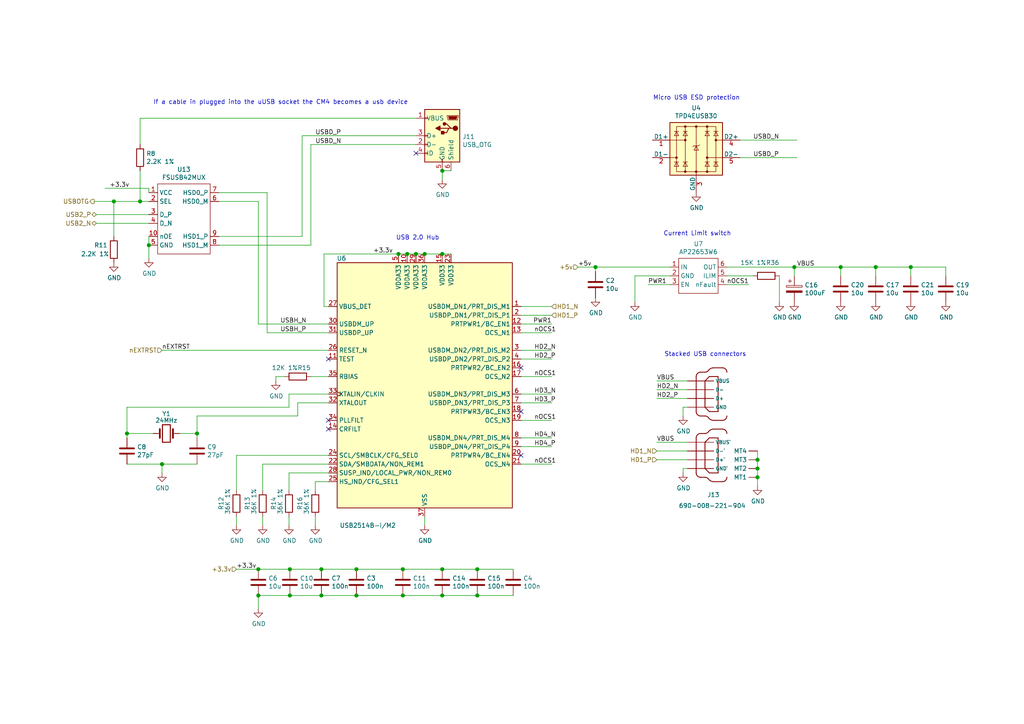
<source format=kicad_sch>
(kicad_sch (version 20231120) (generator "eeschema") (generator_version "8.0")
  (paper "A4")
  (title_block (title "WavePad CM4 Carrier Board -USB") (rev "1"))
  (lib_symbols
    (symbol "CM4IO:AP2553W6"
      (property "Reference" "U" (at 3.81 -6.35 0))
      (property "Value" "AP2553W6" (at -3.81 -6.35 0))
      (symbol "AP2553W6_0_0"
        (pin power_in line (at -8.89 2.54 0) (length 2.54) (name "IN") (number "1"))
        (pin power_out line (at -8.89 0 0) (length 2.54) (name "GND") (number "2"))
        (pin input line (at -8.89 -2.54 0) (length 2.54) (name "EN") (number "3"))
        (pin open_collector line (at 7.62 -2.54 180) (length 2.54) (name "nFault") (number "4"))
        (pin passive line (at 7.62 0 180) (length 2.54) (name "ILIM") (number "5"))
        (pin power_out line (at 7.62 2.54 180) (length 2.54) (name "OUT") (number "6"))
      )
      (symbol "AP2553W6_0_1"
        (rectangle (start -6.35 5.08) (end 5.08 -5.08))
      )
    )
    (symbol "CM4IO:FSUSB42MX"
      (property "Reference" "U" (at -7.62 20.32 0))
      (property "Value" "FSUSB42MX" (at -2.54 -2.54 0))
      (symbol "FSUSB42MX_0_0"
        (pin power_in line (at 8.89 16.51 180) (length 2.54) (name "VCC") (number "1"))
        (pin input line (at 8.89 3.81 180) (length 2.54) (name "nOE") (number "10"))
        (pin input line (at 8.89 13.97 180) (length 2.54) (name "SEL") (number "2"))
        (pin bidirectional line (at 8.89 10.16 180) (length 2.54) (name "D_P") (number "3"))
        (pin bidirectional line (at 8.89 7.62 180) (length 2.54) (name "D_N") (number "4"))
        (pin power_in line (at 8.89 1.27 180) (length 2.54) (name "GND") (number "5"))
        (pin bidirectional line (at -11.43 13.97 0) (length 2.54) (name "HSD0_M") (number "6"))
        (pin bidirectional line (at -11.43 16.51 0) (length 2.54) (name "HSD0_P") (number "7"))
        (pin bidirectional line (at -11.43 1.27 0) (length 2.54) (name "HSD1_M") (number "8"))
        (pin bidirectional line (at -11.43 3.81 0) (length 2.54) (name "HSD1_P") (number "9"))
      )
      (symbol "FSUSB42MX_0_1"
        (rectangle (start -8.89 19.05) (end 6.35 -1.27))
      )
    )
    (symbol "CM4IO:TPD4EUSB30" (pin_names (offset 0))
      (property "Reference" "U" (at -0.635 8.89 0))
      (property "Value" "TPD4EUSB30" (at 8.89 -10.16 0))
      (symbol "TPD4EUSB30_0_0"
        (rectangle (start -5.715 6.477) (end 5.715 -6.604))
        (polyline (pts (xy -3.175 -6.604) (xy -3.175 6.477)))
        (polyline (pts (xy 0 6.477) (xy 0 -6.604)))
        (polyline (pts (xy 3.175 6.477) (xy 3.175 -6.604)))
      )
      (symbol "TPD4EUSB30_0_1"
        (rectangle (start -7.62 7.62) (end 7.62 -7.62) (stroke (width 0.254)) (fill (type background)))
        (circle (center -5.715 -2.54) (radius 0.2794) (fill (type outline)))
        (circle (center -3.175 -6.604) (radius 0.2794) (fill (type outline)))
        (circle (center -3.175 2.54) (radius 0.2794) (fill (type outline)))
        (circle (center -3.175 6.477) (radius 0.2794) (fill (type outline)))
        (circle (center 0 -6.604) (radius 0.2794) (fill (type outline)))
        (polyline (pts (xy -7.747 2.54) (xy -3.175 2.54)))
        (polyline (pts (xy -7.62 -2.54) (xy -5.715 -2.54)))
        (polyline (pts (xy -5.08 -3.81) (xy -6.35 -3.81)))
        (polyline (pts (xy -5.08 5.08) (xy -6.35 5.08)))
        (polyline (pts (xy -2.54 -3.81) (xy -3.81 -3.81)))
        (polyline (pts (xy -2.54 5.08) (xy -3.81 5.08)))
        (polyline (pts (xy -0.635 0.889) (xy -1.016 0.635)))
        (polyline (pts (xy 0 -6.604) (xy 0 -7.62)))
        (polyline (pts (xy 0.635 0.889) (xy -0.635 0.889)))
        (polyline (pts (xy 0.635 0.889) (xy 1.016 1.143)))
        (polyline (pts (xy 3.81 -3.81) (xy 2.54 -3.81)))
        (polyline (pts (xy 3.81 5.08) (xy 2.54 5.08)))
        (polyline (pts (xy 6.35 -3.81) (xy 5.08 -3.81)))
        (polyline (pts (xy 6.35 5.08) (xy 5.08 5.08)))
        (polyline (pts (xy 7.62 -2.54) (xy 3.175 -2.54)))
        (polyline (pts (xy 7.62 2.54) (xy 5.715 2.54)))
        (polyline (pts (xy -5.08 -5.08) (xy -6.35 -5.08) (xy -5.715 -3.81) (xy -5.08 -5.08)))
        (polyline (pts (xy -5.08 3.81) (xy -6.35 3.81) (xy -5.715 5.08) (xy -5.08 3.81)))
        (polyline (pts (xy -2.54 -5.08) (xy -3.81 -5.08) (xy -3.175 -3.81) (xy -2.54 -5.08)))
        (polyline (pts (xy -2.54 3.81) (xy -3.81 3.81) (xy -3.175 5.08) (xy -2.54 3.81)))
        (polyline (pts (xy 0.635 -0.381) (xy -0.635 -0.381) (xy 0 0.889) (xy 0.635 -0.381)))
        (polyline (pts (xy 3.81 -5.08) (xy 2.54 -5.08) (xy 3.175 -3.81) (xy 3.81 -5.08)))
        (polyline (pts (xy 3.81 3.81) (xy 2.54 3.81) (xy 3.175 5.08) (xy 3.81 3.81)))
        (polyline (pts (xy 6.35 -5.08) (xy 5.08 -5.08) (xy 5.715 -3.81) (xy 6.35 -5.08)))
        (polyline (pts (xy 6.35 3.81) (xy 5.08 3.81) (xy 5.715 5.08) (xy 6.35 3.81)))
        (circle (center 0 6.477) (radius 0.2794) (fill (type outline)))
        (circle (center 3.175 -6.604) (radius 0.2794) (fill (type outline)))
        (circle (center 3.175 -2.54) (radius 0.2794) (fill (type outline)))
        (circle (center 3.175 6.477) (radius 0.2794) (fill (type outline)))
        (circle (center 5.715 2.54) (radius 0.2794) (fill (type outline)))
      )
      (symbol "TPD4EUSB30_1_1"
        (pin passive line (at -12.7 2.54 0) (length 5.08) (name "D1+") (number "1"))
        (pin passive line (at -12.7 2.54 0) (length 5.08) hide (name "~") (number "10"))
        (pin passive line (at -12.7 -2.54 0) (length 5.08) (name "D1-") (number "2"))
        (pin power_in line (at 0 -12.7 90) (length 5.08) (name "GND") (number "3"))
        (pin passive line (at 12.7 2.54 180) (length 5.08) (name "D2+") (number "4"))
        (pin passive line (at 12.7 -2.54 180) (length 5.08) (name "D2-") (number "5"))
        (pin passive line (at 12.7 -2.54 180) (length 5.08) hide (name "~") (number "6"))
        (pin passive line (at 12.7 2.54 180) (length 5.08) hide (name "~") (number "7"))
        (pin passive line (at 0 -12.7 90) (length 5.08) hide (name "GND") (number "8"))
        (pin passive line (at -12.7 -2.54 0) (length 5.08) hide (name "~") (number "9"))
      )
    )
    (symbol "CM4IO:USB_67298-4090" (pin_numbers hide)
      (property "Reference" "J" (at -5.08 21.6408 0))
      (property "Value" "USB_67298-4090" (at -5.08 -17.8054 0))
      (symbol "USB_67298-4090_0_0"
        (arc (start -5.08 -11.43) (mid -4.708 -12.328) (end -3.81 -12.7) (stroke (width 0.254)))
        (arc (start -5.08 6.35) (mid -4.708 5.452) (end -3.81 5.08) (stroke (width 0.254)))
        (arc (start -3.81 0) (mid -4.708 -0.372) (end -5.08 -1.27) (stroke (width 0.254)))
        (arc (start -3.81 17.78) (mid -4.708 17.408) (end -5.08 16.51) (stroke (width 0.254)))
        (arc (start -2.54 0) (mid -1.972 0.1341) (end -1.524 0.508) (stroke (width 0.254)))
        (arc (start -2.54 17.78) (mid -1.972 17.9141) (end -1.524 18.288) (stroke (width 0.254)))
        (arc (start -1.524 -13.208) (mid -1.972 -12.8341) (end -2.54 -12.7) (stroke (width 0.254)))
        (arc (start -1.524 -13.208) (mid -0.8519 -13.7689) (end 0 -13.97) (stroke (width 0.254)))
        (arc (start -1.524 4.572) (mid -1.972 4.9459) (end -2.54 5.08) (stroke (width 0.254)))
        (arc (start -1.524 4.572) (mid -0.8519 4.0111) (end 0 3.81) (stroke (width 0.254)))
        (polyline (pts (xy -5.08 -1.27) (xy -5.08 -11.43)) (stroke (width 0.254)))
        (polyline (pts (xy -5.08 16.51) (xy -5.08 6.35)) (stroke (width 0.254)))
        (polyline (pts (xy -3.81 -12.7) (xy -2.54 -12.7)) (stroke (width 0.254)))
        (polyline (pts (xy -3.81 0) (xy -2.54 0)) (stroke (width 0.254)))
        (polyline (pts (xy -3.81 5.08) (xy -2.54 5.08)) (stroke (width 0.254)))
        (polyline (pts (xy -3.81 17.78) (xy -2.54 17.78)) (stroke (width 0.254)))
        (polyline (pts (xy -2.54 -10.16) (xy -1.27 -11.43)) (stroke (width 0.254)))
        (polyline (pts (xy -2.54 -2.54) (xy -2.54 -10.16)) (stroke (width 0.254)))
        (polyline (pts (xy -2.54 7.62) (xy -1.27 6.35)) (stroke (width 0.254)))
        (polyline (pts (xy -2.54 15.24) (xy -2.54 7.62)) (stroke (width 0.254)))
        (polyline (pts (xy -1.27 -11.43) (xy 1.27 -11.43)) (stroke (width 0.254)))
        (polyline (pts (xy -1.27 -1.27) (xy -2.54 -2.54)) (stroke (width 0.254)))
        (polyline (pts (xy -1.27 6.35) (xy 1.27 6.35)) (stroke (width 0.254)))
        (polyline (pts (xy -1.27 16.51) (xy -2.54 15.24)) (stroke (width 0.254)))
        (polyline (pts (xy 0 -13.97) (xy 2.54 -13.97)) (stroke (width 0.254)))
        (polyline (pts (xy 0 1.27) (xy 2.54 1.27)) (stroke (width 0.254)))
        (polyline (pts (xy 0 3.81) (xy 2.54 3.81)) (stroke (width 0.254)))
        (polyline (pts (xy 0 19.05) (xy 2.54 19.05)) (stroke (width 0.254)))
        (polyline (pts (xy 1.27 -11.43) (xy 1.27 -1.27)) (stroke (width 0.254)))
        (polyline (pts (xy 1.27 -1.27) (xy -1.27 -1.27)) (stroke (width 0.254)))
        (polyline (pts (xy 1.27 6.35) (xy 1.27 16.51)) (stroke (width 0.254)))
        (polyline (pts (xy 1.27 16.51) (xy -1.27 16.51)) (stroke (width 0.254)))
        (arc (start 0 1.27) (mid -0.8519 1.0689) (end -1.524 0.508) (stroke (width 0.254)))
        (arc (start 0 19.05) (mid -0.8519 18.8489) (end -1.524 18.288) (stroke (width 0.254)))
        (arc (start 2.54 -13.97) (mid 3.438 -13.598) (end 3.81 -12.7) (stroke (width 0.254)))
        (arc (start 2.54 3.81) (mid 3.438 4.182) (end 3.81 5.08) (stroke (width 0.254)))
        (arc (start 3.81 0) (mid 3.438 0.898) (end 2.54 1.27) (stroke (width 0.254)))
        (arc (start 3.81 17.78) (mid 3.438 18.678) (end 2.54 19.05) (stroke (width 0.254)))
        (pin power_in line (at -7.62 -2.54 0) (length 7.62) (name "VBUS`") (number "1"))
        (pin passive line (at -7.62 -5.08 0) (length 7.62) (name "D-`") (number "2"))
        (pin passive line (at -7.62 -7.62 0) (length 7.62) (name "D+`") (number "3"))
        (pin power_in line (at -7.62 -10.16 0) (length 7.62) (name "GND`") (number "4"))
        (pin power_in line (at -7.62 15.24 0) (length 7.62) (name "VBUS") (number "5"))
        (pin passive line (at -7.62 12.7 0) (length 7.62) (name "D-") (number "6"))
        (pin passive line (at -7.62 10.16 0) (length 7.62) (name "D+") (number "7"))
        (pin power_in line (at -7.62 7.62 0) (length 7.62) (name "GND") (number "8"))
        (pin passive line (at 12.7 -12.7 180) (length 2.54) (name "MT1") (number "MT1"))
        (pin passive line (at 12.7 -10.16 180) (length 2.54) (name "MT2") (number "MT2"))
        (pin passive line (at 12.7 -7.62 180) (length 2.54) (name "MT3") (number "MT3"))
        (pin passive line (at 12.7 -5.08 180) (length 2.54) (name "MT4") (number "MT4"))
      )
    )
    (symbol "Connector:USB_OTG"
      (property "Reference" "J" (at -5.08 11.43 0))
      (property "Value" "USB_OTG" (at -5.08 8.89 0))
      (symbol "USB_OTG_0_1"
        (rectangle (start -5.08 -7.62) (end 5.08 7.62) (stroke (width 0.254)) (fill (type background)))
        (circle (center -3.81 2.159) (radius 0.635) (stroke (width 0.254)) (fill (type outline)))
        (circle (center -0.635 3.429) (radius 0.381) (stroke (width 0.254)) (fill (type outline)))
        (rectangle (start -0.127 -7.62) (end 0.127 -6.858))
        (polyline (pts (xy -1.905 2.159) (xy 0.635 2.159)) (stroke (width 0.254)))
        (polyline (pts (xy -3.175 2.159) (xy -2.54 2.159) (xy -1.27 3.429) (xy -0.635 3.429)) (stroke (width 0.254)))
        (polyline (pts (xy -2.54 2.159) (xy -1.905 2.159) (xy -1.27 0.889) (xy 0 0.889)) (stroke (width 0.254)))
        (polyline (pts (xy 0.635 2.794) (xy 0.635 1.524) (xy 1.905 2.159) (xy 0.635 2.794)) (stroke (width 0.254)) (fill (type outline)))
        (polyline (pts (xy -4.318 5.588) (xy -1.778 5.588) (xy -2.032 4.826) (xy -4.064 4.826) (xy -4.318 5.588)) (fill (type outline)))
        (polyline (pts (xy -4.699 5.842) (xy -4.699 5.588) (xy -4.445 4.826) (xy -4.445 4.572) (xy -1.651 4.572) (xy -1.651 4.826) (xy -1.397 5.588) (xy -1.397 5.842) (xy -4.699 5.842)))
        (rectangle (start 0.254 1.27) (end -0.508 0.508) (stroke (width 0.254)) (fill (type outline)))
        (rectangle (start 5.08 -5.207) (end 4.318 -4.953))
        (rectangle (start 5.08 -2.667) (end 4.318 -2.413))
        (rectangle (start 5.08 -0.127) (end 4.318 0.127))
        (rectangle (start 5.08 4.953) (end 4.318 5.207))
      )
      (symbol "USB_OTG_1_1"
        (pin power_in line (at 7.62 5.08 180) (length 2.54) (name "VBUS") (number "1"))
        (pin passive line (at 7.62 -2.54 180) (length 2.54) (name "D-") (number "2"))
        (pin passive line (at 7.62 0 180) (length 2.54) (name "D+") (number "3"))
        (pin passive line (at 7.62 -5.08 180) (length 2.54) (name "ID") (number "4"))
        (pin power_in line (at 0 -10.16 90) (length 2.54) (name "GND") (number "5"))
        (pin passive line (at -2.54 -10.16 90) (length 2.54) (name "Shield") (number "6"))
      )
    )
    (symbol "Device:C" (pin_numbers hide) (pin_names (offset 0.254))
      (property "Reference" "C" (at 0.635 2.54 0))
      (property "Value" "C" (at 0.635 -2.54 0))
      (symbol "C_0_1"
        (polyline (pts (xy -2.032 -0.762) (xy 2.032 -0.762)) (stroke (width 0.508)))
        (polyline (pts (xy -2.032 0.762) (xy 2.032 0.762)) (stroke (width 0.508)))
      )
      (symbol "C_1_1"
        (pin passive line (at 0 3.81 270) (length 2.794) (name "~") (number "1"))
        (pin passive line (at 0 -3.81 90) (length 2.794) (name "~") (number "2"))
      )
    )
    (symbol "Device:CP" (pin_numbers hide) (pin_names (offset 0.254))
      (property "Reference" "C" (at 0.635 2.54 0))
      (property "Value" "CP" (at 0.635 -2.54 0))
      (symbol "CP_0_1"
        (rectangle (start -2.286 0.508) (end 2.286 1.016))
        (polyline (pts (xy -1.778 2.286) (xy -0.762 2.286)))
        (polyline (pts (xy -1.27 2.794) (xy -1.27 1.778)))
        (rectangle (start 2.286 -0.508) (end -2.286 -1.016) (fill (type outline)))
      )
      (symbol "CP_1_1"
        (pin passive line (at 0 3.81 270) (length 2.794) (name "~") (number "1"))
        (pin passive line (at 0 -3.81 90) (length 2.794) (name "~") (number "2"))
      )
    )
    (symbol "Device:Crystal" (pin_numbers hide) (pin_names hide)
      (property "Reference" "Y" (at 0 3.81 0))
      (property "Value" "Crystal" (at 0 -3.81 0))
      (symbol "Crystal_0_1"
        (rectangle (start -1.143 2.54) (end 1.143 -2.54) (stroke (width 0.3048)))
        (polyline (pts (xy -2.54 0) (xy -1.905 0)))
        (polyline (pts (xy -1.905 -1.27) (xy -1.905 1.27)) (stroke (width 0.508)))
        (polyline (pts (xy 1.905 -1.27) (xy 1.905 1.27)) (stroke (width 0.508)))
        (polyline (pts (xy 2.54 0) (xy 1.905 0)))
      )
      (symbol "Crystal_1_1"
        (pin passive line (at -3.81 0 0) (length 1.27) (name "1") (number "1"))
        (pin passive line (at 3.81 0 180) (length 1.27) (name "2") (number "2"))
      )
    )
    (symbol "Device:R" (pin_numbers hide) (pin_names (offset 0))
      (property "Reference" "R" (at 2.032 0 90))
      (property "Value" "R" (at 0 0 90))
      (symbol "R_0_1"
        (rectangle (start -1.016 -2.54) (end 1.016 2.54) (stroke (width 0.254)))
      )
      (symbol "R_1_1"
        (pin passive line (at 0 3.81 270) (length 1.27) (name "~") (number "1"))
        (pin passive line (at 0 -3.81 90) (length 1.27) (name "~") (number "2"))
      )
    )
    (symbol "Interface_USB:USB2514B_Bi"
      (property "Reference" "U" (at -17.78 40.64 0))
      (property "Value" "USB2514B_Bi" (at -20.32 38.1 0))
      (symbol "USB2514B_Bi_0_1"
        (rectangle (start -25.4 35.56) (end 25.4 -35.56) (stroke (width 0.254)) (fill (type background)))
      )
      (symbol "USB2514B_Bi_1_1"
        (pin bidirectional line (at 27.94 22.86 180) (length 2.54) (name "USBDM_DN1/PRT_DIS_M1") (number "1"))
        (pin power_in line (at -5.08 38.1 270) (length 2.54) (name "VDDA33") (number "10"))
        (pin input line (at -27.94 7.62 0) (length 2.54) (name "TEST") (number "11"))
        (pin bidirectional line (at 27.94 17.78 180) (length 2.54) (name "PRTPWR1/BC_EN1") (number "12"))
        (pin input line (at 27.94 15.24 180) (length 2.54) (name "OCS_N1") (number "13"))
        (pin input line (at -27.94 -12.7 0) (length 2.54) (name "CRFILT") (number "14"))
        (pin power_in line (at 5.08 38.1 270) (length 2.54) (name "VDD33") (number "15"))
        (pin bidirectional line (at 27.94 5.08 180) (length 2.54) (name "PRTPWR2/BC_EN2") (number "16"))
        (pin input line (at 27.94 2.54 180) (length 2.54) (name "OCS_N2") (number "17"))
        (pin bidirectional line (at 27.94 -7.62 180) (length 2.54) (name "PRTPWR3/BC_EN3") (number "18"))
        (pin input line (at 27.94 -10.16 180) (length 2.54) (name "OCS_N3") (number "19"))
        (pin bidirectional line (at 27.94 20.32 180) (length 2.54) (name "USBDP_DN1/PRT_DIS_P1") (number "2"))
        (pin bidirectional line (at 27.94 -20.32 180) (length 2.54) (name "PRTPWR4/BC_EN4") (number "20"))
        (pin input line (at 27.94 -22.86 180) (length 2.54) (name "OCS_N4") (number "21"))
        (pin bidirectional line (at -27.94 -22.86 0) (length 2.54) (name "SDA/SMBDATA/NON_REM1") (number "22"))
        (pin power_in line (at 7.62 38.1 270) (length 2.54) (name "VDD33") (number "23"))
        (pin bidirectional line (at -27.94 -20.32 0) (length 2.54) (name "SCL/SMBCLK/CFG_SEL0") (number "24"))
        (pin bidirectional line (at -27.94 -27.94 0) (length 2.54) (name "HS_IND/CFG_SEL1") (number "25"))
        (pin input line (at -27.94 10.16 0) (length 2.54) (name "RESET_N") (number "26"))
        (pin input line (at -27.94 22.86 0) (length 2.54) (name "VBUS_DET") (number "27"))
        (pin bidirectional line (at -27.94 -25.4 0) (length 2.54) (name "SUSP_IND/LOCAL_PWR/NON_REM0") (number "28"))
        (pin power_in line (at -2.54 38.1 270) (length 2.54) (name "VDDA33") (number "29"))
        (pin bidirectional line (at 27.94 10.16 180) (length 2.54) (name "USBDM_DN2/PRT_DIS_M2") (number "3"))
        (pin bidirectional line (at -27.94 17.78 0) (length 2.54) (name "USBDM_UP") (number "30"))
        (pin bidirectional line (at -27.94 15.24 0) (length 2.54) (name "USBDP_UP") (number "31"))
        (pin output line (at -27.94 -5.08 0) (length 2.54) (name "XTALOUT") (number "32"))
        (pin input clock (at -27.94 -2.54 0) (length 2.54) (name "XTALIN/CLKIN") (number "33"))
        (pin input line (at -27.94 -10.16 0) (length 2.54) (name "PLLFILT") (number "34"))
        (pin input line (at -27.94 2.54 0) (length 2.54) (name "RBIAS") (number "35"))
        (pin power_in line (at 0 38.1 270) (length 2.54) (name "VDDA33") (number "36"))
        (pin power_in line (at 0 -38.1 90) (length 2.54) (name "VSS") (number "37"))
        (pin bidirectional line (at 27.94 7.62 180) (length 2.54) (name "USBDP_DN2/PRT_DIS_P2") (number "4"))
        (pin power_in line (at -7.62 38.1 270) (length 2.54) (name "VDDA33") (number "5"))
        (pin bidirectional line (at 27.94 -2.54 180) (length 2.54) (name "USBDM_DN3/PRT_DIS_M3") (number "6"))
        (pin bidirectional line (at 27.94 -5.08 180) (length 2.54) (name "USBDP_DN3/PRT_DIS_P3") (number "7"))
        (pin bidirectional line (at 27.94 -15.24 180) (length 2.54) (name "USBDM_DN4/PRT_DIS_M4") (number "8"))
        (pin bidirectional line (at 27.94 -17.78 180) (length 2.54) (name "USBDP_DN4/PRT_DIS_P4") (number "9"))
      )
    )
    (symbol "power:GND" (power) (pin_names (offset 0))
      (property "Value" "GND" (at 0 -3.81 0))
      (symbol "GND_0_1"
        (polyline (pts (xy 0 0) (xy 0 -1.27) (xy 1.27 -1.27) (xy 0 -2.54) (xy -1.27 -1.27) (xy 0 -1.27)))
      )
      (symbol "GND_1_1"
        (pin power_in line (at 0 0 270) (length 0) hide (name "GND") (number "1"))
      )
    )
  )
  (junction (at 103.378 165.1) (diameter 1.016))
  (junction (at 103.378 172.72) (diameter 1.016))
  (junction (at 138.43 165.1) (diameter 1.016))
  (junction (at 93.218 165.1) (diameter 1.016))
  (junction (at 128.27 49.53) (diameter 1.016))
  (junction (at 74.93 172.72) (diameter 1.016))
  (junction (at 172.72 77.47) (diameter 1.016))
  (junction (at 219.71 138.43) (diameter 1.016))
  (junction (at 116.84 165.1) (diameter 1.016))
  (junction (at 84.074 165.1) (diameter 1.016))
  (junction (at 128.27 172.72) (diameter 1.016))
  (junction (at 254 77.47) (diameter 1.016))
  (junction (at 36.83 125.73) (diameter 1.016))
  (junction (at 120.65 73.66) (diameter 1.016))
  (junction (at 128.27 73.66) (diameter 1.016))
  (junction (at 219.71 133.35) (diameter 1.016))
  (junction (at 40.64 58.42) (diameter 1.016))
  (junction (at 219.71 135.89) (diameter 1.016))
  (junction (at 123.19 73.66) (diameter 1.016))
  (junction (at 128.27 165.1) (diameter 1.016))
  (junction (at 230.378 77.47) (diameter 1.016))
  (junction (at 74.93 165.1) (diameter 1.016))
  (junction (at 93.218 172.72) (diameter 1.016))
  (junction (at 57.15 125.73) (diameter 1.016))
  (junction (at 84.074 172.72) (diameter 1.016))
  (junction (at 264.16 77.47) (diameter 1.016))
  (junction (at 43.18 71.12) (diameter 1.016))
  (junction (at 33.02 58.42) (diameter 1.016))
  (junction (at 115.57 73.66) (diameter 1.016))
  (junction (at 243.84 77.47) (diameter 1.016))
  (junction (at 116.84 172.72) (diameter 1.016))
  (junction (at 118.11 73.66) (diameter 1.016))
  (junction (at 138.43 172.72) (diameter 1.016))
  (junction (at 46.99 134.62) (diameter 1.016))
  (no_connect (at 95.25 121.92))
  (no_connect (at 95.25 104.14))
  (no_connect (at 120.65 44.45))
  (no_connect (at 95.25 124.46))
  (no_connect (at 151.13 119.38))
  (no_connect (at 151.13 106.68))
  (no_connect (at 151.13 132.08))
  (wire (pts (xy 151.13 96.52) (xy 160.02 96.52)))
  (wire (pts (xy 86.36 116.84) (xy 86.36 120.65)))
  (wire (pts (xy 151.13 88.9) (xy 160.02 88.9)))
  (wire (pts (xy 74.93 165.1) (xy 84.074 165.1)))
  (wire (pts (xy 190.5 113.03) (xy 199.39 113.03)))
  (wire (pts (xy 151.13 116.84) (xy 160.02 116.84)))
  (wire (pts (xy 36.83 127) (xy 36.83 125.73)))
  (wire (pts (xy 190.5 115.57) (xy 199.39 115.57)))
  (wire (pts (xy 172.72 77.47) (xy 194.31 77.47)))
  (wire (pts (xy 93.218 165.1) (xy 103.378 165.1)))
  (wire (pts (xy 151.13 91.44) (xy 160.02 91.44)))
  (wire (pts (xy 57.15 120.65) (xy 57.15 125.73)))
  (wire (pts (xy 95.25 93.98) (xy 74.93 93.98)))
  (wire (pts (xy 83.82 142.24) (xy 83.82 137.16)))
  (wire (pts (xy 151.13 114.3) (xy 160.02 114.3)))
  (wire (pts (xy 138.43 165.1) (xy 148.844 165.1)))
  (wire (pts (xy 68.58 149.86) (xy 68.58 152.4)))
  (wire (pts (xy 194.31 80.01) (xy 184.15 80.01)))
  (wire (pts (xy 83.82 118.11) (xy 36.83 118.11)))
  (wire (pts (xy 93.98 88.9) (xy 93.98 73.66)))
  (wire (pts (xy 43.18 58.42) (xy 40.64 58.42)))
  (wire (pts (xy 77.47 55.88) (xy 77.47 96.52)))
  (wire (pts (xy 184.15 80.01) (xy 184.15 87.63)))
  (wire (pts (xy 74.93 58.42) (xy 74.93 93.98)))
  (wire (pts (xy 118.11 73.66) (xy 120.65 73.66)))
  (wire (pts (xy 151.13 134.62) (xy 160.02 134.62)))
  (wire (pts (xy 43.18 55.88) (xy 43.18 54.61)))
  (wire (pts (xy 83.82 114.3) (xy 83.82 118.11)))
  (wire (pts (xy 36.83 118.11) (xy 36.83 125.73)))
  (wire (pts (xy 82.55 109.22) (xy 80.01 109.22)))
  (wire (pts (xy 128.27 172.72) (xy 138.43 172.72)))
  (wire (pts (xy 63.5 71.12) (xy 90.17 71.12)))
  (wire (pts (xy 91.44 149.86) (xy 91.44 152.4)))
  (wire (pts (xy 254 77.47) (xy 264.16 77.47)))
  (wire (pts (xy 264.16 77.47) (xy 264.16 80.01)))
  (wire (pts (xy 219.71 138.43) (xy 219.71 140.97)))
  (wire (pts (xy 128.27 49.53) (xy 130.81 49.53)))
  (wire (pts (xy 76.2 134.62) (xy 95.25 134.62)))
  (wire (pts (xy 90.17 71.12) (xy 90.17 41.91)))
  (wire (pts (xy 219.71 130.81) (xy 219.71 133.35)))
  (wire (pts (xy 76.2 149.86) (xy 76.2 152.4)))
  (wire (pts (xy 57.15 125.73) (xy 57.15 127)))
  (wire (pts (xy 151.13 101.6) (xy 160.02 101.6)))
  (wire (pts (xy 90.17 109.22) (xy 95.25 109.22)))
  (wire (pts (xy 190.5 130.81) (xy 199.39 130.81)))
  (wire (pts (xy 210.82 77.47) (xy 230.378 77.47)))
  (wire (pts (xy 230.378 77.47) (xy 243.84 77.47)))
  (wire (pts (xy 128.27 52.07) (xy 128.27 49.53)))
  (wire (pts (xy 167.64 77.47) (xy 172.72 77.47)))
  (wire (pts (xy 151.13 121.92) (xy 160.02 121.92)))
  (wire (pts (xy 123.19 73.66) (xy 128.27 73.66)))
  (wire (pts (xy 214.63 40.64) (xy 231.14 40.64)))
  (wire (pts (xy 243.84 77.47) (xy 254 77.47)))
  (wire (pts (xy 63.5 68.58) (xy 87.63 68.58)))
  (wire (pts (xy 27.94 64.77) (xy 43.18 64.77)))
  (wire (pts (xy 84.074 172.72) (xy 93.218 172.72)))
  (wire (pts (xy 68.58 132.08) (xy 95.25 132.08)))
  (wire (pts (xy 151.13 104.14) (xy 160.02 104.14)))
  (wire (pts (xy 95.25 116.84) (xy 86.36 116.84)))
  (wire (pts (xy 87.63 68.58) (xy 87.63 39.37)))
  (wire (pts (xy 214.63 45.72) (xy 231.14 45.72)))
  (wire (pts (xy 190.5 128.27) (xy 199.39 128.27)))
  (wire (pts (xy 86.36 120.65) (xy 57.15 120.65)))
  (wire (pts (xy 93.98 73.66) (xy 115.57 73.66)))
  (wire (pts (xy 83.82 149.86) (xy 83.82 152.4)))
  (wire (pts (xy 219.71 133.35) (xy 219.71 135.89)))
  (wire (pts (xy 46.99 134.62) (xy 57.15 134.62)))
  (wire (pts (xy 151.13 109.22) (xy 160.02 109.22)))
  (wire (pts (xy 91.44 142.24) (xy 91.44 139.7)))
  (wire (pts (xy 219.71 135.89) (xy 219.71 138.43)))
  (wire (pts (xy 254 77.47) (xy 254 80.01)))
  (wire (pts (xy 120.65 73.66) (xy 123.19 73.66)))
  (wire (pts (xy 27.305 58.42) (xy 33.02 58.42)))
  (wire (pts (xy 226.06 80.01) (xy 226.06 87.63)))
  (wire (pts (xy 138.43 172.72) (xy 148.844 172.72)))
  (wire (pts (xy 103.378 172.72) (xy 116.84 172.72)))
  (wire (pts (xy 83.82 114.3) (xy 95.25 114.3)))
  (wire (pts (xy 63.5 55.88) (xy 77.47 55.88)))
  (wire (pts (xy 123.19 149.86) (xy 123.19 152.4)))
  (wire (pts (xy 230.378 77.47) (xy 230.378 80.01)))
  (wire (pts (xy 199.39 118.11) (xy 198.12 118.11)))
  (wire (pts (xy 93.218 172.72) (xy 103.378 172.72)))
  (wire (pts (xy 190.5 110.49) (xy 199.39 110.49)))
  (wire (pts (xy 36.83 125.73) (xy 44.45 125.73)))
  (wire (pts (xy 103.378 165.1) (xy 116.84 165.1)))
  (wire (pts (xy 151.13 93.98) (xy 160.02 93.98)))
  (wire (pts (xy 115.57 73.66) (xy 118.11 73.66)))
  (wire (pts (xy 30.48 54.61) (xy 43.18 54.61)))
  (wire (pts (xy 210.82 82.55) (xy 217.17 82.55)))
  (wire (pts (xy 274.32 80.01) (xy 274.32 77.47)))
  (wire (pts (xy 210.82 80.01) (xy 218.44 80.01)))
  (wire (pts (xy 187.96 82.55) (xy 194.31 82.55)))
  (wire (pts (xy 95.25 88.9) (xy 93.98 88.9)))
  (wire (pts (xy 91.44 139.7) (xy 95.25 139.7)))
  (wire (pts (xy 74.93 176.53) (xy 74.93 172.72)))
  (wire (pts (xy 36.83 134.62) (xy 46.99 134.62)))
  (wire (pts (xy 128.27 73.66) (xy 130.81 73.66)))
  (wire (pts (xy 77.47 96.52) (xy 95.25 96.52)))
  (wire (pts (xy 63.5 58.42) (xy 74.93 58.42)))
  (wire (pts (xy 190.5 133.35) (xy 199.39 133.35)))
  (wire (pts (xy 74.93 172.72) (xy 84.074 172.72)))
  (wire (pts (xy 68.58 165.1) (xy 74.93 165.1)))
  (wire (pts (xy 43.18 71.12) (xy 43.18 74.93)))
  (wire (pts (xy 33.02 58.42) (xy 33.02 68.58)))
  (wire (pts (xy 199.39 135.89) (xy 198.12 135.89)))
  (wire (pts (xy 116.84 172.72) (xy 128.27 172.72)))
  (wire (pts (xy 151.13 129.54) (xy 160.02 129.54)))
  (wire (pts (xy 116.84 165.1) (xy 128.27 165.1)))
  (wire (pts (xy 40.64 49.53) (xy 40.64 58.42)))
  (wire (pts (xy 46.99 101.6) (xy 95.25 101.6)))
  (wire (pts (xy 128.27 165.1) (xy 138.43 165.1)))
  (wire (pts (xy 198.12 135.89) (xy 198.12 137.16)))
  (wire (pts (xy 151.13 127) (xy 160.02 127)))
  (wire (pts (xy 27.94 62.23) (xy 43.18 62.23)))
  (wire (pts (xy 264.16 77.47) (xy 274.32 77.47)))
  (wire (pts (xy 76.2 142.24) (xy 76.2 134.62)))
  (wire (pts (xy 52.07 125.73) (xy 57.15 125.73)))
  (wire (pts (xy 40.64 34.29) (xy 120.65 34.29)))
  (wire (pts (xy 40.64 58.42) (xy 33.02 58.42)))
  (wire (pts (xy 68.58 142.24) (xy 68.58 132.08)))
  (wire (pts (xy 90.17 41.91) (xy 120.65 41.91)))
  (wire (pts (xy 84.074 165.1) (xy 93.218 165.1)))
  (wire (pts (xy 198.12 118.11) (xy 198.12 120.65)))
  (wire (pts (xy 87.63 39.37) (xy 120.65 39.37)))
  (wire (pts (xy 172.72 78.74) (xy 172.72 77.47)))
  (wire (pts (xy 80.01 109.22) (xy 80.01 110.49)))
  (wire (pts (xy 40.64 41.91) (xy 40.64 34.29)))
  (wire (pts (xy 83.82 137.16) (xy 95.25 137.16)))
  (wire (pts (xy 43.18 68.58) (xy 43.18 71.12)))
  (wire (pts (xy 46.99 134.62) (xy 46.99 137.16)))
  (wire (pts (xy 243.84 80.01) (xy 243.84 77.47)))
  (text "Current Limit switch" (at 212.09 68.58 0) (effects (font (size 1.27 1.27)) (justify right bottom)))
  (text "USB 2.0 Hub" (at 127.4318 69.7992 0) (effects (font (size 1.27 1.27)) (justify right bottom)))
  (text "If a cable in plugged into the uUSB socket the CM4 becomes a usb device" (at 44.45 30.48 0) (effects (font (size 1.27 1.27)) (justify left bottom)))
  (text "Micro USB ESD protection" (at 214.63 29.21 0) (effects (font (size 1.27 1.27)) (justify right bottom)))
  (text "Stacked USB connectors" (at 216.4588 103.5812 0) (effects (font (size 1.27 1.27)) (justify right bottom)))
  (label "nOCS1" (at 154.94 96.52 0))
  (label "+3.3v" (at 31.75 54.61 0))
  (label "HD2_P" (at 190.5 115.57 0))
  (label "HD4_P" (at 154.94 129.54 0))
  (label "nOCS1" (at 210.82 82.55 0))
  (label "VBUS" (at 190.5 110.49 0))
  (label "HD2_N" (at 190.5 113.03 0))
  (label "PWR1" (at 160.02 93.98 180))
  (label "USBD_N" (at 218.44 40.64 0))
  (label "nOCS1" (at 154.94 109.22 0))
  (label "VBUS" (at 231.14 77.47 0))
  (label "USBD_N" (at 91.44 41.91 0))
  (label "HD2_P" (at 154.94 104.14 0))
  (label "VBUS" (at 190.5 128.27 0))
  (label "+3.3v" (at 68.58 165.1 0))
  (label "+5v" (at 167.64 77.47 0))
  (label "HD4_N" (at 154.94 127 0))
  (label "USBH_P" (at 81.28 96.52 0))
  (label "HD3_P" (at 154.94 116.84 0))
  (label "nEXTRST" (at 46.99 101.6 0))
  (label "+3.3v" (at 108.204 73.66 0))
  (label "HD2_N" (at 154.94 101.6 0))
  (label "USBD_P" (at 218.44 45.72 0))
  (label "USBD_P" (at 91.44 39.37 0))
  (label "nOCS1" (at 154.94 134.62 0))
  (label "nOCS1" (at 154.94 121.92 0))
  (label "PWR1" (at 187.96 82.55 0))
  (label "USBH_N" (at 81.28 93.98 0))
  (label "HD3_N" (at 154.94 114.3 0))
  (hierarchical_label "USB2_N" (shape bidirectional) (at 27.94 64.77 180))
  (hierarchical_label "USBOTG" (shape output) (at 27.305 58.42 180))
  (hierarchical_label "+3.3v" (shape input) (at 68.58 165.1 180))
  (hierarchical_label "HD1_N" (shape input) (at 160.02 88.9 0))
  (hierarchical_label "USB2_P" (shape bidirectional) (at 27.94 62.23 180))
  (hierarchical_label "HD1_P" (shape input) (at 160.02 91.44 0))
  (hierarchical_label "HD1_P" (shape input) (at 190.5 133.35 180))
  (hierarchical_label "HD1_N" (shape input) (at 190.5 130.81 180))
  (hierarchical_label "nEXTRST" (shape input) (at 46.99 101.6 180))
  (hierarchical_label "+5v" (shape input) (at 167.64 77.47 180))
  (symbol (lib_id "CM4IO:USB_67298-4090") (at 207.01 125.73 0) (unit 1)
    (property "Reference" "J13" (at 205.105 143.51 0) (effects (justify left)))
    (property "Value" "690-008-221-904" (at 196.85 146.685 0) (effects (justify left)))
    (property "Footprint" "CM4IO:MOLEX_USB_67298-4090" (effects (hide yes)))
    (property "Datasheet" "https://www.molex.com/pdm_docs/sd/672984090_sd.pdf" (effects (hide yes)))
    (property "Field4" "Farnell" (effects (hide yes)))
    (property "Field5" "	2751688" (effects (hide yes)))
    (property "Field6" "690-008-221-904" (effects (hide yes)))
    (property "Field7" "EDAC" (effects (hide yes)))
    (property "Field8" "UCON00727" (effects (hide yes)))
    (property "Part Description" "USB-A (USB TYPE-A), Stacked Receptacle Connector 8 Position Through Hole, Right Angle" (effects (hide yes)))
  )
  (symbol (lib_id "Connector:USB_OTG") (at 128.27 39.37 0) (mirror y) (unit 1)
    (property "Reference" "J11" (at 134.112 39.6494 0) (effects (justify right)))
    (property "Value" "USB_OTG" (at 134.112 41.9608 0) (effects (justify right)))
    (property "Footprint" "CM4IO:USB_Micro-B_EDAC_UCON00686" (effects (hide yes)))
    (property "Datasheet" "https://cdn.amphenol-icc.com/media/wysiwyg/files/documentation/datasheet/inputoutput/io_usb_micro.pd" (effects (hide yes)))
    (property "Field4" "Digikey" (effects (hide yes)))
    (property "Field5" "609-4050-2-ND" (effects (hide yes)))
    (property "Field6" "690-005-298-486" (effects (hide yes)))
    (property "Field7" "EDAC" (effects (hide yes)))
    (property "Part Description" "USB - micro B USB 2.0 Receptacle Connector 5 Position Surface Mount, Right Angle; Through Hole" (effects (hide yes)))
    (property "Field8" "UCON00686" (effects (hide yes)))
  )
  (symbol (lib_id "Device:R") (at 40.64 45.72 0) (unit 1)
    (property "Reference" "R8" (at 42.418 44.5516 0) (effects (justify left)))
    (property "Value" "2.2K 1%" (at 42.418 46.863 0) (effects (justify left)))
    (property "Footprint" "Resistor_SMD:R_0402_1005Metric" (effects (hide yes)))
    (property "Datasheet" "https://fscdn.rohm.com/en/products/databook/datasheet/passive/resistor/chip_resistor/mcr-e.pdf" (effects (hide yes)))
    (property "Field4" "Farnell" (effects (hide yes)))
    (property "Field5" "9239278" (effects (hide yes)))
    (property "Field7" "KOA EUROPE GMBH" (effects (hide yes)))
    (property "Field6" "RK73G1ETQTP2201D         " (effects (hide yes)))
    (property "Part Description" "Resistor 2.2K M1005 1% 63mW" (effects (hide yes)))
    (property "Field8" "120889581" (effects (hide yes)))
  )
  (symbol (lib_id "power:GND") (at 172.72 86.36 0) (unit 1)
    (property "Reference" "#PWR017" (effects (hide yes)))
    (property "Value" "GND" (at 172.847 90.7542 0))
  )
  (symbol (lib_id "Device:C") (at 243.84 83.82 0) (unit 1)
    (property "Reference" "C20" (at 246.761 82.6516 0) (effects (justify left)))
    (property "Value" "10u" (at 246.761 84.963 0) (effects (justify left)))
    (property "Footprint" "Capacitor_SMD:C_0805_2012Metric" (effects (hide yes)))
    (property "Datasheet" "https://search.murata.co.jp/Ceramy/image/img/A01X/G101/ENG/GRM21BR71A106KA73-01.pdf" (effects (hide yes)))
    (property "Field5" "490-14381-1-ND" (effects (hide yes)))
    (property "Field4" "Digikey" (effects (hide yes)))
    (property "Field6" "GRM21BR71A106KA73L" (effects (hide yes)))
    (property "Field7" "Murata" (effects (hide yes)))
    (property "Part Description" "	10uF 10% 10V Ceramic Capacitor X7R 0805 (2012 Metric)" (effects (hide yes)))
    (property "Field8" "111893011" (effects (hide yes)))
  )
  (symbol (lib_id "power:GND") (at 243.84 87.63 0) (unit 1)
    (property "Reference" "#PWR021" (effects (hide yes)))
    (property "Value" "GND" (at 243.967 92.0242 0))
  )
  (symbol (lib_id "Device:C") (at 254 83.82 0) (unit 1)
    (property "Reference" "C17" (at 256.921 82.6516 0) (effects (justify left)))
    (property "Value" "10u" (at 256.921 84.963 0) (effects (justify left)))
    (property "Footprint" "Capacitor_SMD:C_0805_2012Metric" (effects (hide yes)))
    (property "Datasheet" "https://search.murata.co.jp/Ceramy/image/img/A01X/G101/ENG/GRM21BR71A106KA73-01.pdf" (effects (hide yes)))
    (property "Field5" "490-14381-1-ND" (effects (hide yes)))
    (property "Field4" "Digikey" (effects (hide yes)))
    (property "Field6" "GRM21BR71A106KA73L" (effects (hide yes)))
    (property "Field7" "Murata" (effects (hide yes)))
    (property "Part Description" "	10uF 10% 10V Ceramic Capacitor X7R 0805 (2012 Metric)" (effects (hide yes)))
    (property "Field8" "111893011" (effects (hide yes)))
  )
  (symbol (lib_id "power:GND") (at 254 87.63 0) (unit 1)
    (property "Reference" "#PWR018" (effects (hide yes)))
    (property "Value" "GND" (at 254.127 92.0242 0))
  )
  (symbol (lib_id "Device:C") (at 264.16 83.82 0) (unit 1)
    (property "Reference" "C21" (at 267.081 82.6516 0) (effects (justify left)))
    (property "Value" "10u" (at 267.081 84.963 0) (effects (justify left)))
    (property "Footprint" "Capacitor_SMD:C_0805_2012Metric" (effects (hide yes)))
    (property "Datasheet" "https://search.murata.co.jp/Ceramy/image/img/A01X/G101/ENG/GRM21BR71A106KA73-01.pdf" (effects (hide yes)))
    (property "Field5" "490-14381-1-ND" (effects (hide yes)))
    (property "Field4" "Digikey" (effects (hide yes)))
    (property "Field6" "GRM21BR71A106KA73L" (effects (hide yes)))
    (property "Field7" "Murata" (effects (hide yes)))
    (property "Part Description" "	10uF 10% 10V Ceramic Capacitor X7R 0805 (2012 Metric)" (effects (hide yes)))
    (property "Field8" "111893011" (effects (hide yes)))
  )
  (symbol (lib_id "Device:C") (at 274.32 83.82 0) (unit 1)
    (property "Reference" "C19" (at 277.241 82.6516 0) (effects (justify left)))
    (property "Value" "10u" (at 277.241 84.963 0) (effects (justify left)))
    (property "Footprint" "Capacitor_SMD:C_0805_2012Metric" (effects (hide yes)))
    (property "Datasheet" "https://search.murata.co.jp/Ceramy/image/img/A01X/G101/ENG/GRM21BR71A106KA73-01.pdf" (effects (hide yes)))
    (property "Field5" "490-14381-1-ND" (effects (hide yes)))
    (property "Field4" "Digikey" (effects (hide yes)))
    (property "Field6" "GRM21BR71A106KA73L" (effects (hide yes)))
    (property "Field7" "Murata" (effects (hide yes)))
    (property "Part Description" "	10uF 10% 10V Ceramic Capacitor X7R 0805 (2012 Metric)" (effects (hide yes)))
    (property "Field8" "111893011" (effects (hide yes)))
  )
  (symbol (lib_id "power:GND") (at 198.12 120.65 0) (unit 1)
    (property "Reference" "#PWR023" (effects (hide yes)))
    (property "Value" "GND" (at 198.247 125.0442 0))
  )
  (symbol (lib_id "power:GND") (at 198.12 137.16 0) (unit 1)
    (property "Reference" "#PWR024" (effects (hide yes)))
    (property "Value" "GND" (at 198.247 141.5542 0))
  )
  (symbol (lib_id "Device:R") (at 33.02 72.39 0) (unit 1)
    (property "Reference" "R11" (at 27.305 71.12 0) (effects (justify left)))
    (property "Value" "2.2K 1%" (at 23.495 73.66 0) (effects (justify left)))
    (property "Footprint" "Resistor_SMD:R_0402_1005Metric" (effects (hide yes)))
    (property "Datasheet" "https://fscdn.rohm.com/en/products/databook/datasheet/passive/resistor/chip_resistor/mcr-e.pdf" (effects (hide yes)))
    (property "Field4" "Farnell" (effects (hide yes)))
    (property "Field5" "9239278" (effects (hide yes)))
    (property "Field7" "KOA EUROPE GMBH" (effects (hide yes)))
    (property "Field6" "RK73G1ETQTP2201D         " (effects (hide yes)))
    (property "Part Description" "Resistor 2.2K M1005 1% 63mW" (effects (hide yes)))
    (property "Field8" "120889581" (effects (hide yes)))
  )
  (symbol (lib_id "CM4IO:AP2553W6") (at 203.2 80.01 0) (unit 1)
    (property "Reference" "U7" (at 202.565 70.739 0))
    (property "Value" "AP22653W6" (at 202.565 73.0504 0))
    (property "Footprint" "Package_TO_SOT_SMD:SOT-23-6" (effects (hide yes)))
    (property "Datasheet" "https://www.diodes.com/assets/Datasheets/AP255x.pdf" (effects (hide yes)))
    (property "Field4" "Digikey" (effects (hide yes)))
    (property "Field5" "	31-AP22653W6-7CT-ND" (effects (hide yes)))
    (property "Field6" "AP22653W6" (effects (hide yes)))
    (property "Field7" "Diodes" (effects (hide yes)))
    (property "Part Description" "	Power Switch/Driver 1:1 P-Channel 2.1A SOT-23-6" (effects (hide yes)))
  )
  (symbol (lib_id "Interface_USB:USB2514B_Bi") (at 123.19 111.76 0) (unit 1)
    (property "Reference" "U6" (at 99.06 74.93 0))
    (property "Value" "USB2514B-I/M2" (at 106.68 152.4 0))
    (property "Footprint" "Package_DFN_QFN:QFN-36-1EP_6x6mm_P0.5mm_EP3.7x3.7mm" (effects (hide yes)))
    (property "Datasheet" "http://ww1.microchip.com/downloads/en/DeviceDoc/00001692C.pdf" (effects (hide yes)))
    (property "Field4" "Farnell" (effects (hide yes)))
    (property "Field5" "2775060" (effects (hide yes)))
    (property "Field6" "USB2514B-I/M2" (effects (hide yes)))
    (property "Field7" "Microchip" (effects (hide yes)))
    (property "Part Description" "	USB Hub Controller USB Interface 36-SQFN (6x6)" (effects (hide yes)))
    (property "Field8" "UICC00931" (effects (hide yes)))
  )
  (symbol (lib_id "power:GND") (at 80.01 110.49 0) (unit 1)
    (property "Reference" "#PWR010" (effects (hide yes)))
    (property "Value" "GND" (at 80.137 114.8842 0))
  )
  (symbol (lib_id "power:GND") (at 184.15 87.63 0) (unit 1)
    (property "Reference" "#PWR014" (effects (hide yes)))
    (property "Value" "GND" (at 184.277 92.0242 0))
  )
  (symbol (lib_id "Device:R") (at 83.82 146.05 0) (unit 1)
    (property "Reference" "R14" (at 79.375 147.955 90) (effects (justify left)))
    (property "Value" "36K 1%" (at 81.28 149.225 90) (effects (justify left)))
    (property "Footprint" "Resistor_SMD:R_0402_1005Metric" (effects (hide yes)))
    (property "Datasheet" "https://fscdn.rohm.com/en/products/databook/datasheet/passive/resistor/chip_resistor/mcr-e.pdf" (effects (hide yes)))
    (property "Field4" "Farnell" (effects (hide yes)))
    (property "Field5" "1458788" (effects (hide yes)))
    (property "Field7" "Rohm" (effects (hide yes)))
    (property "Field6" "MCR01MZPF3602" (effects (hide yes)))
    (property "Part Description" "Resistor 36K M1005 1% 63mW" (effects (hide yes)))
  )
  (symbol (lib_id "Device:R") (at 76.2 146.05 0) (unit 1)
    (property "Reference" "R13" (at 71.755 147.955 90) (effects (justify left)))
    (property "Value" "36K 1%" (at 73.66 149.225 90) (effects (justify left)))
    (property "Footprint" "Resistor_SMD:R_0402_1005Metric" (effects (hide yes)))
    (property "Datasheet" "https://fscdn.rohm.com/en/products/databook/datasheet/passive/resistor/chip_resistor/mcr-e.pdf" (effects (hide yes)))
    (property "Field4" "Farnell" (effects (hide yes)))
    (property "Field5" "1458788" (effects (hide yes)))
    (property "Field7" "Rohm" (effects (hide yes)))
    (property "Field6" "MCR01MZPF3602" (effects (hide yes)))
    (property "Part Description" "Resistor 36K M1005 1% 63mW" (effects (hide yes)))
  )
  (symbol (lib_id "Device:R") (at 68.58 146.05 0) (unit 1)
    (property "Reference" "R12" (at 64.135 147.955 90) (effects (justify left)))
    (property "Value" "36K 1%" (at 66.04 149.225 90) (effects (justify left)))
    (property "Footprint" "Resistor_SMD:R_0402_1005Metric" (effects (hide yes)))
    (property "Datasheet" "https://fscdn.rohm.com/en/products/databook/datasheet/passive/resistor/chip_resistor/mcr-e.pdf" (effects (hide yes)))
    (property "Field4" "Farnell" (effects (hide yes)))
    (property "Field5" "1458788" (effects (hide yes)))
    (property "Field7" "Rohm" (effects (hide yes)))
    (property "Field6" "MCR01MZPF3602" (effects (hide yes)))
    (property "Part Description" "Resistor 36K M1005 1% 63mW" (effects (hide yes)))
  )
  (symbol (lib_id "power:GND") (at 68.58 152.4 0) (unit 1)
    (property "Reference" "#PWR08" (effects (hide yes)))
    (property "Value" "GND" (at 68.707 156.7942 0))
  )
  (symbol (lib_id "power:GND") (at 76.2 152.4 0) (unit 1)
    (property "Reference" "#PWR09" (effects (hide yes)))
    (property "Value" "GND" (at 76.327 156.7942 0))
  )
  (symbol (lib_id "power:GND") (at 83.82 152.4 0) (unit 1)
    (property "Reference" "#PWR011" (effects (hide yes)))
    (property "Value" "GND" (at 83.947 156.7942 0))
  )
  (symbol (lib_id "power:GND") (at 91.44 152.4 0) (unit 1)
    (property "Reference" "#PWR012" (effects (hide yes)))
    (property "Value" "GND" (at 91.567 156.7942 0))
  )
  (symbol (lib_id "Device:R") (at 222.25 80.01 90) (unit 1)
    (property "Reference" "R36" (at 226.06 76.2 90) (effects (justify left)))
    (property "Value" "15K 1%" (at 222.25 76.2 90) (effects (justify left)))
    (property "Footprint" "Resistor_SMD:R_0402_1005Metric" (effects (hide yes)))
    (property "Datasheet" "https://fscdn.rohm.com/en/products/databook/datasheet/passive/resistor/chip_resistor/mcr-e.pdf" (effects (hide yes)))
    (property "Field4" "Farnell" (effects (hide yes)))
    (property "Field5" "9239375" (effects (hide yes)))
    (property "Field6" "MCR01MZPF1502" (effects (hide yes)))
    (property "Field7" "Rohm" (effects (hide yes)))
    (property "Part Description" "Resistor 15K M1005 1% 63mW" (effects (hide yes)))
    (property "Field8" "120891581" (effects (hide yes)))
  )
  (symbol (lib_id "power:GND") (at 226.06 87.63 0) (unit 1)
    (property "Reference" "#PWR019" (effects (hide yes)))
    (property "Value" "GND" (at 226.187 92.0242 0))
  )
  (symbol (lib_id "power:GND") (at 264.16 87.63 0) (unit 1)
    (property "Reference" "#PWR049" (effects (hide yes)))
    (property "Value" "GND" (at 264.287 92.0242 0))
  )
  (symbol (lib_id "power:GND") (at 274.32 87.63 0) (unit 1)
    (property "Reference" "#PWR050" (effects (hide yes)))
    (property "Value" "GND" (at 274.447 92.0242 0))
  )
  (symbol (lib_id "power:GND") (at 219.71 140.97 0) (unit 1)
    (property "Reference" "#PWR0114" (effects (hide yes)))
    (property "Value" "GND" (at 219.837 145.3642 0))
  )
  (symbol (lib_id "power:GND") (at 128.27 52.07 0) (unit 1)
    (property "Reference" "#PWR013" (effects (hide yes)))
    (property "Value" "GND" (at 128.397 56.4642 0))
  )
  (symbol (lib_id "CM4IO:FSUSB42MX") (at 52.07 72.39 0) (mirror y) (unit 1)
    (property "Reference" "U13" (at 53.34 49.149 0))
    (property "Value" "FSUSB42MUX" (at 53.34 51.4604 0))
    (property "Footprint" "Package_SO:MSOP-10_3x3mm_P0.5mm" (effects (hide yes)))
    (property "Datasheet" "https://www.onsemi.com/pub/Collateral/FSUSB42-D.PDF" (effects (hide yes)))
    (property "Field4" "Farnell" (effects (hide yes)))
    (property "Field5" "2564479" (effects (hide yes)))
    (property "Field6" "FSUSB42MUX" (effects (hide yes)))
    (property "Field7" "Onsemi" (effects (hide yes)))
    (property "Part Description" "USB Switch IC 1 Channel 10-MSOP" (effects (hide yes)))
  )
  (symbol (lib_id "power:GND") (at 123.19 152.4 0) (unit 1)
    (property "Reference" "#PWR0142" (effects (hide yes)))
    (property "Value" "GND" (at 123.317 156.7942 0))
  )
  (symbol (lib_id "power:GND") (at 43.18 74.93 0) (unit 1)
    (property "Reference" "#PWR0143" (effects (hide yes)))
    (property "Value" "GND" (at 43.307 79.3242 0))
  )
  (symbol (lib_id "power:GND") (at 33.02 76.2 0) (unit 1)
    (property "Reference" "#PWR0144" (effects (hide yes)))
    (property "Value" "GND" (at 33.147 80.5942 0))
  )
  (symbol (lib_id "Device:R") (at 86.36 109.22 90) (unit 1)
    (property "Reference" "R15" (at 90.17 106.68 90) (effects (justify left)))
    (property "Value" "12K 1%" (at 86.36 106.68 90) (effects (justify left)))
    (property "Footprint" "Resistor_SMD:R_0402_1005Metric" (effects (hide yes)))
    (property "Datasheet" "https://fscdn.rohm.com/en/products/databook/datasheet/passive/resistor/chip_resistor/mcr-e.pdf" (effects (hide yes)))
    (property "Field4" "Farnell" (effects (hide yes)))
    (property "Field5" "9239367" (effects (hide yes)))
    (property "Field7" "Rohm" (effects (hide yes)))
    (property "Field6" "MCR01MZPF1202" (effects (hide yes)))
    (property "Part Description" "Resistor 12K M1005 1% 63mW" (effects (hide yes)))
  )
  (symbol (lib_id "Device:R") (at 91.44 146.05 0) (unit 1)
    (property "Reference" "R16" (at 86.995 147.955 90) (effects (justify left)))
    (property "Value" "36K 1%" (at 88.9 149.225 90) (effects (justify left)))
    (property "Footprint" "Resistor_SMD:R_0402_1005Metric" (effects (hide yes)))
    (property "Datasheet" "https://fscdn.rohm.com/en/products/databook/datasheet/passive/resistor/chip_resistor/mcr-e.pdf" (effects (hide yes)))
    (property "Field4" "Farnell" (effects (hide yes)))
    (property "Field5" "1458788" (effects (hide yes)))
    (property "Field7" "Rohm" (effects (hide yes)))
    (property "Field6" "MCR01MZPF3602" (effects (hide yes)))
    (property "Part Description" "Resistor 36K M1005 1% 63mW" (effects (hide yes)))
  )
  (symbol (lib_id "Device:C") (at 116.84 168.91 0) (unit 1)
    (property "Reference" "C11" (at 119.761 167.7416 0) (effects (justify left)))
    (property "Value" "100n" (at 119.761 170.053 0) (effects (justify left)))
    (property "Footprint" "Capacitor_SMD:C_0402_1005Metric" (effects (hide yes)))
    (property "Datasheet" "https://search.murata.co.jp/Ceramy/image/img/A01X/G101/ENG/GRM155R71C104KA88-01.pdf" (effects (hide yes)))
    (property "Field4" "Farnell" (effects (hide yes)))
    (property "Field5" "2611911" (effects (hide yes)))
    (property "Field6" "RM EMK105 B7104KV-F" (effects (hide yes)))
    (property "Field7" "TAIYO YUDEN EUROPE GMBH" (effects (hide yes)))
    (property "Part Description" "	0.1uF 10% 16V Ceramic Capacitor X7R 0402 (1005 Metric)" (effects (hide yes)))
    (property "Field8" "110091611" (effects (hide yes)))
  )
  (symbol (lib_id "Device:C") (at 128.27 168.91 0) (unit 1)
    (property "Reference" "C14" (at 131.191 167.7416 0) (effects (justify left)))
    (property "Value" "100n" (at 131.191 170.053 0) (effects (justify left)))
    (property "Footprint" "Capacitor_SMD:C_0402_1005Metric" (effects (hide yes)))
    (property "Datasheet" "https://search.murata.co.jp/Ceramy/image/img/A01X/G101/ENG/GRM155R71C104KA88-01.pdf" (effects (hide yes)))
    (property "Field4" "Farnell" (effects (hide yes)))
    (property "Field5" "2611911" (effects (hide yes)))
    (property "Field6" "RM EMK105 B7104KV-F" (effects (hide yes)))
    (property "Field7" "TAIYO YUDEN EUROPE GMBH" (effects (hide yes)))
    (property "Part Description" "	0.1uF 10% 16V Ceramic Capacitor X7R 0402 (1005 Metric)" (effects (hide yes)))
    (property "Field8" "110091611" (effects (hide yes)))
  )
  (symbol (lib_id "Device:C") (at 138.43 168.91 0) (unit 1)
    (property "Reference" "C15" (at 141.351 167.7416 0) (effects (justify left)))
    (property "Value" "100n" (at 141.351 170.053 0) (effects (justify left)))
    (property "Footprint" "Capacitor_SMD:C_0402_1005Metric" (effects (hide yes)))
    (property "Datasheet" "https://search.murata.co.jp/Ceramy/image/img/A01X/G101/ENG/GRM155R71C104KA88-01.pdf" (effects (hide yes)))
    (property "Field4" "Farnell" (effects (hide yes)))
    (property "Field5" "2611911" (effects (hide yes)))
    (property "Field6" "RM EMK105 B7104KV-F" (effects (hide yes)))
    (property "Field7" "TAIYO YUDEN EUROPE GMBH" (effects (hide yes)))
    (property "Part Description" "	0.1uF 10% 16V Ceramic Capacitor X7R 0402 (1005 Metric)" (effects (hide yes)))
    (property "Field8" "110091611" (effects (hide yes)))
  )
  (symbol (lib_id "Device:C") (at 93.218 168.91 0) (unit 1)
    (property "Reference" "C7" (at 96.139 167.7416 0) (effects (justify left)))
    (property "Value" "100n" (at 96.139 170.053 0) (effects (justify left)))
    (property "Footprint" "Capacitor_SMD:C_0402_1005Metric" (effects (hide yes)))
    (property "Datasheet" "https://search.murata.co.jp/Ceramy/image/img/A01X/G101/ENG/GRM155R71C104KA88-01.pdf" (effects (hide yes)))
    (property "Field4" "Farnell" (effects (hide yes)))
    (property "Field5" "2611911" (effects (hide yes)))
    (property "Field6" "RM EMK105 B7104KV-F" (effects (hide yes)))
    (property "Field7" "TAIYO YUDEN EUROPE GMBH" (effects (hide yes)))
    (property "Part Description" "	0.1uF 10% 16V Ceramic Capacitor X7R 0402 (1005 Metric)" (effects (hide yes)))
    (property "Field8" "110091611" (effects (hide yes)))
  )
  (symbol (lib_id "power:GND") (at 74.93 176.53 0) (unit 1)
    (property "Reference" "#PWR06" (effects (hide yes)))
    (property "Value" "GND" (at 75.057 180.9242 0))
  )
  (symbol (lib_id "Device:C") (at 74.93 168.91 0) (unit 1)
    (property "Reference" "C6" (at 77.851 167.7416 0) (effects (justify left)))
    (property "Value" "10u" (at 77.851 170.053 0) (effects (justify left)))
    (property "Footprint" "Capacitor_SMD:C_0805_2012Metric" (effects (hide yes)))
    (property "Datasheet" "https://search.murata.co.jp/Ceramy/image/img/A01X/G101/ENG/GRM21BR71A106KA73-01.pdf" (effects (hide yes)))
    (property "Field5" "490-14381-1-ND" (effects (hide yes)))
    (property "Field4" "Digikey" (effects (hide yes)))
    (property "Field6" "GRM21BR71A106KA73L" (effects (hide yes)))
    (property "Field7" "Murata" (effects (hide yes)))
    (property "Part Description" "	10uF 10% 10V Ceramic Capacitor X7R 0805 (2012 Metric)" (effects (hide yes)))
    (property "Field8" "111893011" (effects (hide yes)))
  )
  (symbol (lib_id "Device:C") (at 84.074 168.91 0) (unit 1)
    (property "Reference" "C10" (at 86.995 167.7416 0) (effects (justify left)))
    (property "Value" "10u" (at 86.995 170.053 0) (effects (justify left)))
    (property "Footprint" "Capacitor_SMD:C_0805_2012Metric" (effects (hide yes)))
    (property "Datasheet" "https://search.murata.co.jp/Ceramy/image/img/A01X/G101/ENG/GRM21BR71A106KA73-01.pdf" (effects (hide yes)))
    (property "Field5" "490-14381-1-ND" (effects (hide yes)))
    (property "Field4" "Digikey" (effects (hide yes)))
    (property "Field6" "GRM21BR71A106KA73L" (effects (hide yes)))
    (property "Field7" "Murata" (effects (hide yes)))
    (property "Part Description" "	10uF 10% 10V Ceramic Capacitor X7R 0805 (2012 Metric)" (effects (hide yes)))
    (property "Field8" "111893011" (effects (hide yes)))
  )
  (symbol (lib_id "Device:Crystal") (at 48.26 125.73 0) (unit 1)
    (property "Reference" "Y1" (at 48.26 120.015 0))
    (property "Value" "24MHz" (at 48.26 121.92 0))
    (property "Footprint" "Crystal:Crystal_SMD_HC49-SD" (effects (hide yes)))
    (property "Field4" "Farnell" (effects (hide yes)))
    (property "Field5" "2508493" (effects (hide yes)))
    (property "Field7" "AEL" (effects (hide yes)))
    (property "Field6" "X24M000000S128" (effects (hide yes)))
    (property "Part Description" "24MHz Crystal 18pf 30ppm 30ppm" (effects (hide yes)))
  )
  (symbol (lib_id "Device:C") (at 36.83 130.81 0) (unit 1)
    (property "Reference" "C8" (at 39.751 129.6416 0) (effects (justify left)))
    (property "Value" "27pF" (at 39.751 131.953 0) (effects (justify left)))
    (property "Footprint" "Capacitor_SMD:C_0402_1005Metric" (effects (hide yes)))
    (property "Datasheet" "https://search.murata.co.jp/Ceramy/image/img/A01X/G101/ENG/GJM1555C1H270JB01-01.pdf" (effects (hide yes)))
    (property "Field8" "UCAP00738 " (effects (hide yes)))
    (property "Field5" "490-17672-1-ND" (effects (hide yes)))
    (property "Field6" "GJM1555C1H270JB01D" (effects (hide yes)))
    (property "Field7" "Murata" (effects (hide yes)))
    (property "Part Description" "	27pF 5% 50V Ceramic Capacitor C0G, NP0 0402 (1005 Metric)" (effects (hide yes)))
    (property "Field4" "Digikey" (effects (hide yes)))
  )
  (symbol (lib_id "Device:C") (at 57.15 130.81 0) (unit 1)
    (property "Reference" "C9" (at 60.071 129.6416 0) (effects (justify left)))
    (property "Value" "27pF" (at 60.071 131.953 0) (effects (justify left)))
    (property "Footprint" "Capacitor_SMD:C_0402_1005Metric" (effects (hide yes)))
    (property "Datasheet" "https://search.murata.co.jp/Ceramy/image/img/A01X/G101/ENG/GJM1555C1H270JB01-01.pdf" (effects (hide yes)))
    (property "Field8" "UCAP00738 " (effects (hide yes)))
    (property "Field5" "490-17672-1-ND" (effects (hide yes)))
    (property "Field6" "GJM1555C1H270JB01D" (effects (hide yes)))
    (property "Field7" "Murata" (effects (hide yes)))
    (property "Part Description" "	27pF 5% 50V Ceramic Capacitor C0G, NP0 0402 (1005 Metric)" (effects (hide yes)))
    (property "Field4" "Digikey" (effects (hide yes)))
  )
  (symbol (lib_id "power:GND") (at 46.99 137.16 0) (unit 1)
    (property "Reference" "#PWR07" (effects (hide yes)))
    (property "Value" "GND" (at 47.117 141.5542 0))
  )
  (symbol (lib_id "power:GND") (at 201.93 55.88 0) (unit 1)
    (property "Reference" "#PWR0123" (effects (hide yes)))
    (property "Value" "GND" (at 202.057 60.2742 0))
  )
  (symbol (lib_id "power:GND") (at 230.378 87.63 0) (unit 1)
    (property "Reference" "#PWR01" (effects (hide yes)))
    (property "Value" "GND" (at 230.505 92.0242 0))
  )
  (symbol (lib_id "Device:C") (at 103.378 168.91 0) (unit 1)
    (property "Reference" "C3" (at 106.299 167.7416 0) (effects (justify left)))
    (property "Value" "100n" (at 106.299 170.053 0) (effects (justify left)))
    (property "Footprint" "Capacitor_SMD:C_0402_1005Metric" (effects (hide yes)))
    (property "Datasheet" "https://search.murata.co.jp/Ceramy/image/img/A01X/G101/ENG/GRM155R71C104KA88-01.pdf" (effects (hide yes)))
    (property "Field4" "Farnell" (effects (hide yes)))
    (property "Field5" "2611911" (effects (hide yes)))
    (property "Field6" "RM EMK105 B7104KV-F" (effects (hide yes)))
    (property "Field7" "TAIYO YUDEN EUROPE GMBH" (effects (hide yes)))
    (property "Part Description" "	0.1uF 10% 16V Ceramic Capacitor X7R 0402 (1005 Metric)" (effects (hide yes)))
    (property "Field8" "110091611" (effects (hide yes)))
  )
  (symbol (lib_id "Device:C") (at 148.844 168.91 0) (unit 1)
    (property "Reference" "C4" (at 151.765 167.7416 0) (effects (justify left)))
    (property "Value" "100n" (at 151.765 170.053 0) (effects (justify left)))
    (property "Footprint" "Capacitor_SMD:C_0402_1005Metric" (effects (hide yes)))
    (property "Datasheet" "https://search.murata.co.jp/Ceramy/image/img/A01X/G101/ENG/GRM155R71C104KA88-01.pdf" (effects (hide yes)))
    (property "Field4" "Farnell" (effects (hide yes)))
    (property "Field5" "2611911" (effects (hide yes)))
    (property "Field6" "RM EMK105 B7104KV-F" (effects (hide yes)))
    (property "Field7" "TAIYO YUDEN EUROPE GMBH" (effects (hide yes)))
    (property "Part Description" "	0.1uF 10% 16V Ceramic Capacitor X7R 0402 (1005 Metric)" (effects (hide yes)))
    (property "Field8" "110091611" (effects (hide yes)))
  )
  (symbol (lib_id "Device:C") (at 172.72 82.55 0) (unit 1)
    (property "Reference" "C2" (at 175.641 81.3816 0) (effects (justify left)))
    (property "Value" "10u" (at 175.641 83.693 0) (effects (justify left)))
    (property "Footprint" "Capacitor_SMD:C_0805_2012Metric" (effects (hide yes)))
    (property "Datasheet" "https://search.murata.co.jp/Ceramy/image/img/A01X/G101/ENG/GRM21BR71A106KA73-01.pdf" (effects (hide yes)))
    (property "Field5" "490-14381-1-ND" (effects (hide yes)))
    (property "Field4" "Digikey" (effects (hide yes)))
    (property "Field6" "GRM21BR71A106KA73L" (effects (hide yes)))
    (property "Field7" "Murata" (effects (hide yes)))
    (property "Part Description" "	10uF 10% 10V Ceramic Capacitor X7R 0805 (2012 Metric)" (effects (hide yes)))
    (property "Field8" "111893011" (effects (hide yes)))
  )
  (symbol (lib_id "CM4IO:TPD4EUSB30") (at 201.93 43.18 0) (unit 1)
    (property "Reference" "U4" (at 201.93 31.3182 0))
    (property "Value" "TPD4EUSB30" (at 201.93 33.6296 0))
    (property "Footprint" "Package_SON:USON-10_2.5x1.0mm_P0.5mm" (effects (hide yes)))
    (property "Datasheet" "http://www.ti.com/lit/ds/symlink/tpd2eusb30a.pdf" (effects (hide yes)))
    (property "Field4" "Farnell" (effects (hide yes)))
    (property "Field5" "2335455" (effects (hide yes)))
    (property "Field6" "CDDFN10-3324P-13" (effects (hide yes)))
    (property "Field7" "Bourns" (effects (hide yes)))
    (property "Field8" "UDIO00346" (effects (hide yes)))
    (property "Part Description" "Quad TVS diode for high speed signals (USB3, GigE etc.)" (effects (hide yes)))
  )
  (symbol (lib_id "Device:CP") (at 230.378 83.82 0) (unit 1)
    (property "Reference" "C16" (at 233.3752 82.677 0) (effects (justify left)))
    (property "Value" "100uF" (at 233.3752 84.963 0) (effects (justify left)))
    (property "Footprint" "Capacitor_Tantalum_SMD:CP_EIA-7343-31_Kemet-D" (effects (hide yes)))
    (property "Field4" "Mouser" (effects (hide yes)))
    (property "Field5" "667-EEF-CX0J101R" (effects (hide yes)))
    (property "Part Description" "Capacitor, SP-Cap, 100u, 6.3V, 15mR ESR" (effects (hide yes)))
  )
)
</source>
